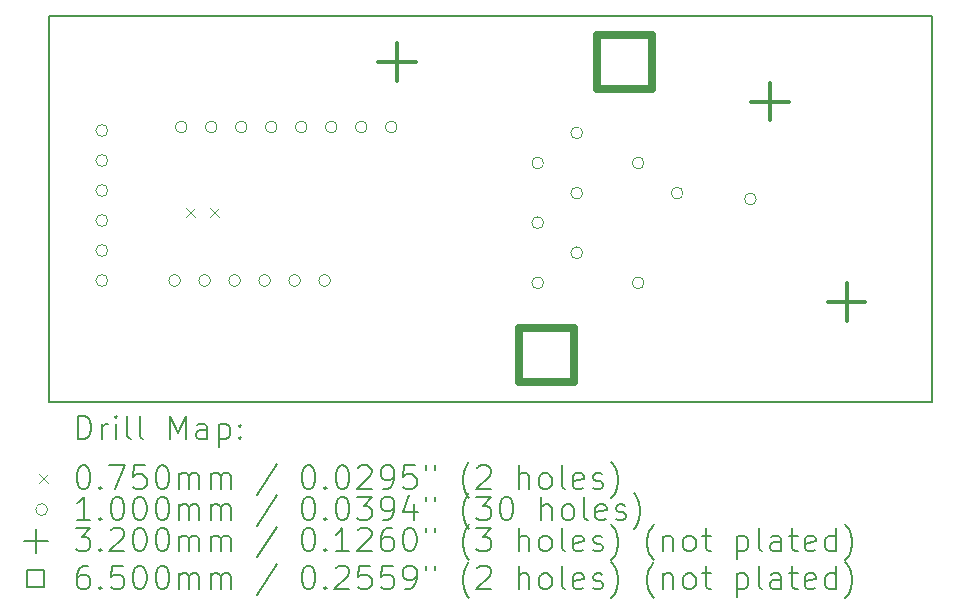
<source format=gbr>
%FSLAX45Y45*%
G04 Gerber Fmt 4.5, Leading zero omitted, Abs format (unit mm)*
G04 Created by KiCad (PCBNEW (6.0.0)) date 2022-01-10 19:29:48*
%MOMM*%
%LPD*%
G01*
G04 APERTURE LIST*
%TA.AperFunction,Profile*%
%ADD10C,0.200000*%
%TD*%
%ADD11C,0.200000*%
%ADD12C,0.075000*%
%ADD13C,0.100000*%
%ADD14C,0.320000*%
%ADD15C,0.650000*%
G04 APERTURE END LIST*
D10*
X4750000Y-2560000D02*
X12225000Y-2560000D01*
X12225000Y-2560000D02*
X12225000Y-5825000D01*
X12225000Y-5825000D02*
X4750000Y-5825000D01*
X4750000Y-5825000D02*
X4750000Y-2560000D01*
D11*
D12*
X5912500Y-4187500D02*
X5987500Y-4262500D01*
X5987500Y-4187500D02*
X5912500Y-4262500D01*
X6112500Y-4187500D02*
X6187500Y-4262500D01*
X6187500Y-4187500D02*
X6112500Y-4262500D01*
D13*
X5250000Y-3530000D02*
G75*
G03*
X5250000Y-3530000I-50000J0D01*
G01*
X5250000Y-3784000D02*
G75*
G03*
X5250000Y-3784000I-50000J0D01*
G01*
X5250000Y-4038000D02*
G75*
G03*
X5250000Y-4038000I-50000J0D01*
G01*
X5250000Y-4292000D02*
G75*
G03*
X5250000Y-4292000I-50000J0D01*
G01*
X5250000Y-4546000D02*
G75*
G03*
X5250000Y-4546000I-50000J0D01*
G01*
X5250000Y-4800000D02*
G75*
G03*
X5250000Y-4800000I-50000J0D01*
G01*
X5865000Y-4800000D02*
G75*
G03*
X5865000Y-4800000I-50000J0D01*
G01*
X5922000Y-3500000D02*
G75*
G03*
X5922000Y-3500000I-50000J0D01*
G01*
X6119000Y-4800000D02*
G75*
G03*
X6119000Y-4800000I-50000J0D01*
G01*
X6176000Y-3500000D02*
G75*
G03*
X6176000Y-3500000I-50000J0D01*
G01*
X6373000Y-4800000D02*
G75*
G03*
X6373000Y-4800000I-50000J0D01*
G01*
X6430000Y-3500000D02*
G75*
G03*
X6430000Y-3500000I-50000J0D01*
G01*
X6627000Y-4800000D02*
G75*
G03*
X6627000Y-4800000I-50000J0D01*
G01*
X6684000Y-3500000D02*
G75*
G03*
X6684000Y-3500000I-50000J0D01*
G01*
X6881000Y-4800000D02*
G75*
G03*
X6881000Y-4800000I-50000J0D01*
G01*
X6938000Y-3500000D02*
G75*
G03*
X6938000Y-3500000I-50000J0D01*
G01*
X7135000Y-4800000D02*
G75*
G03*
X7135000Y-4800000I-50000J0D01*
G01*
X7192000Y-3500000D02*
G75*
G03*
X7192000Y-3500000I-50000J0D01*
G01*
X7446000Y-3500000D02*
G75*
G03*
X7446000Y-3500000I-50000J0D01*
G01*
X7700000Y-3500000D02*
G75*
G03*
X7700000Y-3500000I-50000J0D01*
G01*
X8940000Y-3805000D02*
G75*
G03*
X8940000Y-3805000I-50000J0D01*
G01*
X8940000Y-4310000D02*
G75*
G03*
X8940000Y-4310000I-50000J0D01*
G01*
X8940000Y-4820000D02*
G75*
G03*
X8940000Y-4820000I-50000J0D01*
G01*
X9270000Y-3550000D02*
G75*
G03*
X9270000Y-3550000I-50000J0D01*
G01*
X9270000Y-4060000D02*
G75*
G03*
X9270000Y-4060000I-50000J0D01*
G01*
X9270000Y-4565000D02*
G75*
G03*
X9270000Y-4565000I-50000J0D01*
G01*
X9790000Y-3805000D02*
G75*
G03*
X9790000Y-3805000I-50000J0D01*
G01*
X9790000Y-4820000D02*
G75*
G03*
X9790000Y-4820000I-50000J0D01*
G01*
X10120000Y-4060000D02*
G75*
G03*
X10120000Y-4060000I-50000J0D01*
G01*
X10740000Y-4110000D02*
G75*
G03*
X10740000Y-4110000I-50000J0D01*
G01*
D14*
X7700000Y-2790000D02*
X7700000Y-3110000D01*
X7540000Y-2950000D02*
X7860000Y-2950000D01*
X10855000Y-3125000D02*
X10855000Y-3445000D01*
X10695000Y-3285000D02*
X11015000Y-3285000D01*
X11505000Y-4825000D02*
X11505000Y-5145000D01*
X11345000Y-4985000D02*
X11665000Y-4985000D01*
D15*
X9194812Y-5659812D02*
X9194812Y-5200188D01*
X8735188Y-5200188D01*
X8735188Y-5659812D01*
X9194812Y-5659812D01*
X9854812Y-3179812D02*
X9854812Y-2720188D01*
X9395188Y-2720188D01*
X9395188Y-3179812D01*
X9854812Y-3179812D01*
D11*
X4997619Y-6145476D02*
X4997619Y-5945476D01*
X5045238Y-5945476D01*
X5073810Y-5955000D01*
X5092857Y-5974048D01*
X5102381Y-5993095D01*
X5111905Y-6031190D01*
X5111905Y-6059762D01*
X5102381Y-6097857D01*
X5092857Y-6116905D01*
X5073810Y-6135952D01*
X5045238Y-6145476D01*
X4997619Y-6145476D01*
X5197619Y-6145476D02*
X5197619Y-6012143D01*
X5197619Y-6050238D02*
X5207143Y-6031190D01*
X5216667Y-6021667D01*
X5235714Y-6012143D01*
X5254762Y-6012143D01*
X5321429Y-6145476D02*
X5321429Y-6012143D01*
X5321429Y-5945476D02*
X5311905Y-5955000D01*
X5321429Y-5964524D01*
X5330952Y-5955000D01*
X5321429Y-5945476D01*
X5321429Y-5964524D01*
X5445238Y-6145476D02*
X5426190Y-6135952D01*
X5416667Y-6116905D01*
X5416667Y-5945476D01*
X5550000Y-6145476D02*
X5530952Y-6135952D01*
X5521429Y-6116905D01*
X5521429Y-5945476D01*
X5778571Y-6145476D02*
X5778571Y-5945476D01*
X5845238Y-6088333D01*
X5911905Y-5945476D01*
X5911905Y-6145476D01*
X6092857Y-6145476D02*
X6092857Y-6040714D01*
X6083333Y-6021667D01*
X6064286Y-6012143D01*
X6026190Y-6012143D01*
X6007143Y-6021667D01*
X6092857Y-6135952D02*
X6073809Y-6145476D01*
X6026190Y-6145476D01*
X6007143Y-6135952D01*
X5997619Y-6116905D01*
X5997619Y-6097857D01*
X6007143Y-6078809D01*
X6026190Y-6069286D01*
X6073809Y-6069286D01*
X6092857Y-6059762D01*
X6188095Y-6012143D02*
X6188095Y-6212143D01*
X6188095Y-6021667D02*
X6207143Y-6012143D01*
X6245238Y-6012143D01*
X6264286Y-6021667D01*
X6273809Y-6031190D01*
X6283333Y-6050238D01*
X6283333Y-6107381D01*
X6273809Y-6126428D01*
X6264286Y-6135952D01*
X6245238Y-6145476D01*
X6207143Y-6145476D01*
X6188095Y-6135952D01*
X6369048Y-6126428D02*
X6378571Y-6135952D01*
X6369048Y-6145476D01*
X6359524Y-6135952D01*
X6369048Y-6126428D01*
X6369048Y-6145476D01*
X6369048Y-6021667D02*
X6378571Y-6031190D01*
X6369048Y-6040714D01*
X6359524Y-6031190D01*
X6369048Y-6021667D01*
X6369048Y-6040714D01*
D12*
X4665000Y-6437500D02*
X4740000Y-6512500D01*
X4740000Y-6437500D02*
X4665000Y-6512500D01*
D11*
X5035714Y-6365476D02*
X5054762Y-6365476D01*
X5073810Y-6375000D01*
X5083333Y-6384524D01*
X5092857Y-6403571D01*
X5102381Y-6441667D01*
X5102381Y-6489286D01*
X5092857Y-6527381D01*
X5083333Y-6546428D01*
X5073810Y-6555952D01*
X5054762Y-6565476D01*
X5035714Y-6565476D01*
X5016667Y-6555952D01*
X5007143Y-6546428D01*
X4997619Y-6527381D01*
X4988095Y-6489286D01*
X4988095Y-6441667D01*
X4997619Y-6403571D01*
X5007143Y-6384524D01*
X5016667Y-6375000D01*
X5035714Y-6365476D01*
X5188095Y-6546428D02*
X5197619Y-6555952D01*
X5188095Y-6565476D01*
X5178571Y-6555952D01*
X5188095Y-6546428D01*
X5188095Y-6565476D01*
X5264286Y-6365476D02*
X5397619Y-6365476D01*
X5311905Y-6565476D01*
X5569048Y-6365476D02*
X5473810Y-6365476D01*
X5464286Y-6460714D01*
X5473810Y-6451190D01*
X5492857Y-6441667D01*
X5540476Y-6441667D01*
X5559524Y-6451190D01*
X5569048Y-6460714D01*
X5578571Y-6479762D01*
X5578571Y-6527381D01*
X5569048Y-6546428D01*
X5559524Y-6555952D01*
X5540476Y-6565476D01*
X5492857Y-6565476D01*
X5473810Y-6555952D01*
X5464286Y-6546428D01*
X5702381Y-6365476D02*
X5721428Y-6365476D01*
X5740476Y-6375000D01*
X5750000Y-6384524D01*
X5759524Y-6403571D01*
X5769048Y-6441667D01*
X5769048Y-6489286D01*
X5759524Y-6527381D01*
X5750000Y-6546428D01*
X5740476Y-6555952D01*
X5721428Y-6565476D01*
X5702381Y-6565476D01*
X5683333Y-6555952D01*
X5673809Y-6546428D01*
X5664286Y-6527381D01*
X5654762Y-6489286D01*
X5654762Y-6441667D01*
X5664286Y-6403571D01*
X5673809Y-6384524D01*
X5683333Y-6375000D01*
X5702381Y-6365476D01*
X5854762Y-6565476D02*
X5854762Y-6432143D01*
X5854762Y-6451190D02*
X5864286Y-6441667D01*
X5883333Y-6432143D01*
X5911905Y-6432143D01*
X5930952Y-6441667D01*
X5940476Y-6460714D01*
X5940476Y-6565476D01*
X5940476Y-6460714D02*
X5950000Y-6441667D01*
X5969048Y-6432143D01*
X5997619Y-6432143D01*
X6016667Y-6441667D01*
X6026190Y-6460714D01*
X6026190Y-6565476D01*
X6121428Y-6565476D02*
X6121428Y-6432143D01*
X6121428Y-6451190D02*
X6130952Y-6441667D01*
X6150000Y-6432143D01*
X6178571Y-6432143D01*
X6197619Y-6441667D01*
X6207143Y-6460714D01*
X6207143Y-6565476D01*
X6207143Y-6460714D02*
X6216667Y-6441667D01*
X6235714Y-6432143D01*
X6264286Y-6432143D01*
X6283333Y-6441667D01*
X6292857Y-6460714D01*
X6292857Y-6565476D01*
X6683333Y-6355952D02*
X6511905Y-6613095D01*
X6940476Y-6365476D02*
X6959524Y-6365476D01*
X6978571Y-6375000D01*
X6988095Y-6384524D01*
X6997619Y-6403571D01*
X7007143Y-6441667D01*
X7007143Y-6489286D01*
X6997619Y-6527381D01*
X6988095Y-6546428D01*
X6978571Y-6555952D01*
X6959524Y-6565476D01*
X6940476Y-6565476D01*
X6921428Y-6555952D01*
X6911905Y-6546428D01*
X6902381Y-6527381D01*
X6892857Y-6489286D01*
X6892857Y-6441667D01*
X6902381Y-6403571D01*
X6911905Y-6384524D01*
X6921428Y-6375000D01*
X6940476Y-6365476D01*
X7092857Y-6546428D02*
X7102381Y-6555952D01*
X7092857Y-6565476D01*
X7083333Y-6555952D01*
X7092857Y-6546428D01*
X7092857Y-6565476D01*
X7226190Y-6365476D02*
X7245238Y-6365476D01*
X7264286Y-6375000D01*
X7273809Y-6384524D01*
X7283333Y-6403571D01*
X7292857Y-6441667D01*
X7292857Y-6489286D01*
X7283333Y-6527381D01*
X7273809Y-6546428D01*
X7264286Y-6555952D01*
X7245238Y-6565476D01*
X7226190Y-6565476D01*
X7207143Y-6555952D01*
X7197619Y-6546428D01*
X7188095Y-6527381D01*
X7178571Y-6489286D01*
X7178571Y-6441667D01*
X7188095Y-6403571D01*
X7197619Y-6384524D01*
X7207143Y-6375000D01*
X7226190Y-6365476D01*
X7369048Y-6384524D02*
X7378571Y-6375000D01*
X7397619Y-6365476D01*
X7445238Y-6365476D01*
X7464286Y-6375000D01*
X7473809Y-6384524D01*
X7483333Y-6403571D01*
X7483333Y-6422619D01*
X7473809Y-6451190D01*
X7359524Y-6565476D01*
X7483333Y-6565476D01*
X7578571Y-6565476D02*
X7616667Y-6565476D01*
X7635714Y-6555952D01*
X7645238Y-6546428D01*
X7664286Y-6517857D01*
X7673809Y-6479762D01*
X7673809Y-6403571D01*
X7664286Y-6384524D01*
X7654762Y-6375000D01*
X7635714Y-6365476D01*
X7597619Y-6365476D01*
X7578571Y-6375000D01*
X7569048Y-6384524D01*
X7559524Y-6403571D01*
X7559524Y-6451190D01*
X7569048Y-6470238D01*
X7578571Y-6479762D01*
X7597619Y-6489286D01*
X7635714Y-6489286D01*
X7654762Y-6479762D01*
X7664286Y-6470238D01*
X7673809Y-6451190D01*
X7854762Y-6365476D02*
X7759524Y-6365476D01*
X7750000Y-6460714D01*
X7759524Y-6451190D01*
X7778571Y-6441667D01*
X7826190Y-6441667D01*
X7845238Y-6451190D01*
X7854762Y-6460714D01*
X7864286Y-6479762D01*
X7864286Y-6527381D01*
X7854762Y-6546428D01*
X7845238Y-6555952D01*
X7826190Y-6565476D01*
X7778571Y-6565476D01*
X7759524Y-6555952D01*
X7750000Y-6546428D01*
X7940476Y-6365476D02*
X7940476Y-6403571D01*
X8016667Y-6365476D02*
X8016667Y-6403571D01*
X8311905Y-6641667D02*
X8302381Y-6632143D01*
X8283333Y-6603571D01*
X8273809Y-6584524D01*
X8264286Y-6555952D01*
X8254762Y-6508333D01*
X8254762Y-6470238D01*
X8264286Y-6422619D01*
X8273809Y-6394048D01*
X8283333Y-6375000D01*
X8302381Y-6346428D01*
X8311905Y-6336905D01*
X8378571Y-6384524D02*
X8388095Y-6375000D01*
X8407143Y-6365476D01*
X8454762Y-6365476D01*
X8473810Y-6375000D01*
X8483333Y-6384524D01*
X8492857Y-6403571D01*
X8492857Y-6422619D01*
X8483333Y-6451190D01*
X8369048Y-6565476D01*
X8492857Y-6565476D01*
X8730952Y-6565476D02*
X8730952Y-6365476D01*
X8816667Y-6565476D02*
X8816667Y-6460714D01*
X8807143Y-6441667D01*
X8788095Y-6432143D01*
X8759524Y-6432143D01*
X8740476Y-6441667D01*
X8730952Y-6451190D01*
X8940476Y-6565476D02*
X8921429Y-6555952D01*
X8911905Y-6546428D01*
X8902381Y-6527381D01*
X8902381Y-6470238D01*
X8911905Y-6451190D01*
X8921429Y-6441667D01*
X8940476Y-6432143D01*
X8969048Y-6432143D01*
X8988095Y-6441667D01*
X8997619Y-6451190D01*
X9007143Y-6470238D01*
X9007143Y-6527381D01*
X8997619Y-6546428D01*
X8988095Y-6555952D01*
X8969048Y-6565476D01*
X8940476Y-6565476D01*
X9121429Y-6565476D02*
X9102381Y-6555952D01*
X9092857Y-6536905D01*
X9092857Y-6365476D01*
X9273810Y-6555952D02*
X9254762Y-6565476D01*
X9216667Y-6565476D01*
X9197619Y-6555952D01*
X9188095Y-6536905D01*
X9188095Y-6460714D01*
X9197619Y-6441667D01*
X9216667Y-6432143D01*
X9254762Y-6432143D01*
X9273810Y-6441667D01*
X9283333Y-6460714D01*
X9283333Y-6479762D01*
X9188095Y-6498809D01*
X9359524Y-6555952D02*
X9378571Y-6565476D01*
X9416667Y-6565476D01*
X9435714Y-6555952D01*
X9445238Y-6536905D01*
X9445238Y-6527381D01*
X9435714Y-6508333D01*
X9416667Y-6498809D01*
X9388095Y-6498809D01*
X9369048Y-6489286D01*
X9359524Y-6470238D01*
X9359524Y-6460714D01*
X9369048Y-6441667D01*
X9388095Y-6432143D01*
X9416667Y-6432143D01*
X9435714Y-6441667D01*
X9511905Y-6641667D02*
X9521429Y-6632143D01*
X9540476Y-6603571D01*
X9550000Y-6584524D01*
X9559524Y-6555952D01*
X9569048Y-6508333D01*
X9569048Y-6470238D01*
X9559524Y-6422619D01*
X9550000Y-6394048D01*
X9540476Y-6375000D01*
X9521429Y-6346428D01*
X9511905Y-6336905D01*
D13*
X4740000Y-6739000D02*
G75*
G03*
X4740000Y-6739000I-50000J0D01*
G01*
D11*
X5102381Y-6829476D02*
X4988095Y-6829476D01*
X5045238Y-6829476D02*
X5045238Y-6629476D01*
X5026190Y-6658048D01*
X5007143Y-6677095D01*
X4988095Y-6686619D01*
X5188095Y-6810428D02*
X5197619Y-6819952D01*
X5188095Y-6829476D01*
X5178571Y-6819952D01*
X5188095Y-6810428D01*
X5188095Y-6829476D01*
X5321429Y-6629476D02*
X5340476Y-6629476D01*
X5359524Y-6639000D01*
X5369048Y-6648524D01*
X5378571Y-6667571D01*
X5388095Y-6705667D01*
X5388095Y-6753286D01*
X5378571Y-6791381D01*
X5369048Y-6810428D01*
X5359524Y-6819952D01*
X5340476Y-6829476D01*
X5321429Y-6829476D01*
X5302381Y-6819952D01*
X5292857Y-6810428D01*
X5283333Y-6791381D01*
X5273810Y-6753286D01*
X5273810Y-6705667D01*
X5283333Y-6667571D01*
X5292857Y-6648524D01*
X5302381Y-6639000D01*
X5321429Y-6629476D01*
X5511905Y-6629476D02*
X5530952Y-6629476D01*
X5550000Y-6639000D01*
X5559524Y-6648524D01*
X5569048Y-6667571D01*
X5578571Y-6705667D01*
X5578571Y-6753286D01*
X5569048Y-6791381D01*
X5559524Y-6810428D01*
X5550000Y-6819952D01*
X5530952Y-6829476D01*
X5511905Y-6829476D01*
X5492857Y-6819952D01*
X5483333Y-6810428D01*
X5473810Y-6791381D01*
X5464286Y-6753286D01*
X5464286Y-6705667D01*
X5473810Y-6667571D01*
X5483333Y-6648524D01*
X5492857Y-6639000D01*
X5511905Y-6629476D01*
X5702381Y-6629476D02*
X5721428Y-6629476D01*
X5740476Y-6639000D01*
X5750000Y-6648524D01*
X5759524Y-6667571D01*
X5769048Y-6705667D01*
X5769048Y-6753286D01*
X5759524Y-6791381D01*
X5750000Y-6810428D01*
X5740476Y-6819952D01*
X5721428Y-6829476D01*
X5702381Y-6829476D01*
X5683333Y-6819952D01*
X5673809Y-6810428D01*
X5664286Y-6791381D01*
X5654762Y-6753286D01*
X5654762Y-6705667D01*
X5664286Y-6667571D01*
X5673809Y-6648524D01*
X5683333Y-6639000D01*
X5702381Y-6629476D01*
X5854762Y-6829476D02*
X5854762Y-6696143D01*
X5854762Y-6715190D02*
X5864286Y-6705667D01*
X5883333Y-6696143D01*
X5911905Y-6696143D01*
X5930952Y-6705667D01*
X5940476Y-6724714D01*
X5940476Y-6829476D01*
X5940476Y-6724714D02*
X5950000Y-6705667D01*
X5969048Y-6696143D01*
X5997619Y-6696143D01*
X6016667Y-6705667D01*
X6026190Y-6724714D01*
X6026190Y-6829476D01*
X6121428Y-6829476D02*
X6121428Y-6696143D01*
X6121428Y-6715190D02*
X6130952Y-6705667D01*
X6150000Y-6696143D01*
X6178571Y-6696143D01*
X6197619Y-6705667D01*
X6207143Y-6724714D01*
X6207143Y-6829476D01*
X6207143Y-6724714D02*
X6216667Y-6705667D01*
X6235714Y-6696143D01*
X6264286Y-6696143D01*
X6283333Y-6705667D01*
X6292857Y-6724714D01*
X6292857Y-6829476D01*
X6683333Y-6619952D02*
X6511905Y-6877095D01*
X6940476Y-6629476D02*
X6959524Y-6629476D01*
X6978571Y-6639000D01*
X6988095Y-6648524D01*
X6997619Y-6667571D01*
X7007143Y-6705667D01*
X7007143Y-6753286D01*
X6997619Y-6791381D01*
X6988095Y-6810428D01*
X6978571Y-6819952D01*
X6959524Y-6829476D01*
X6940476Y-6829476D01*
X6921428Y-6819952D01*
X6911905Y-6810428D01*
X6902381Y-6791381D01*
X6892857Y-6753286D01*
X6892857Y-6705667D01*
X6902381Y-6667571D01*
X6911905Y-6648524D01*
X6921428Y-6639000D01*
X6940476Y-6629476D01*
X7092857Y-6810428D02*
X7102381Y-6819952D01*
X7092857Y-6829476D01*
X7083333Y-6819952D01*
X7092857Y-6810428D01*
X7092857Y-6829476D01*
X7226190Y-6629476D02*
X7245238Y-6629476D01*
X7264286Y-6639000D01*
X7273809Y-6648524D01*
X7283333Y-6667571D01*
X7292857Y-6705667D01*
X7292857Y-6753286D01*
X7283333Y-6791381D01*
X7273809Y-6810428D01*
X7264286Y-6819952D01*
X7245238Y-6829476D01*
X7226190Y-6829476D01*
X7207143Y-6819952D01*
X7197619Y-6810428D01*
X7188095Y-6791381D01*
X7178571Y-6753286D01*
X7178571Y-6705667D01*
X7188095Y-6667571D01*
X7197619Y-6648524D01*
X7207143Y-6639000D01*
X7226190Y-6629476D01*
X7359524Y-6629476D02*
X7483333Y-6629476D01*
X7416667Y-6705667D01*
X7445238Y-6705667D01*
X7464286Y-6715190D01*
X7473809Y-6724714D01*
X7483333Y-6743762D01*
X7483333Y-6791381D01*
X7473809Y-6810428D01*
X7464286Y-6819952D01*
X7445238Y-6829476D01*
X7388095Y-6829476D01*
X7369048Y-6819952D01*
X7359524Y-6810428D01*
X7578571Y-6829476D02*
X7616667Y-6829476D01*
X7635714Y-6819952D01*
X7645238Y-6810428D01*
X7664286Y-6781857D01*
X7673809Y-6743762D01*
X7673809Y-6667571D01*
X7664286Y-6648524D01*
X7654762Y-6639000D01*
X7635714Y-6629476D01*
X7597619Y-6629476D01*
X7578571Y-6639000D01*
X7569048Y-6648524D01*
X7559524Y-6667571D01*
X7559524Y-6715190D01*
X7569048Y-6734238D01*
X7578571Y-6743762D01*
X7597619Y-6753286D01*
X7635714Y-6753286D01*
X7654762Y-6743762D01*
X7664286Y-6734238D01*
X7673809Y-6715190D01*
X7845238Y-6696143D02*
X7845238Y-6829476D01*
X7797619Y-6619952D02*
X7750000Y-6762809D01*
X7873809Y-6762809D01*
X7940476Y-6629476D02*
X7940476Y-6667571D01*
X8016667Y-6629476D02*
X8016667Y-6667571D01*
X8311905Y-6905667D02*
X8302381Y-6896143D01*
X8283333Y-6867571D01*
X8273809Y-6848524D01*
X8264286Y-6819952D01*
X8254762Y-6772333D01*
X8254762Y-6734238D01*
X8264286Y-6686619D01*
X8273809Y-6658048D01*
X8283333Y-6639000D01*
X8302381Y-6610428D01*
X8311905Y-6600905D01*
X8369048Y-6629476D02*
X8492857Y-6629476D01*
X8426190Y-6705667D01*
X8454762Y-6705667D01*
X8473810Y-6715190D01*
X8483333Y-6724714D01*
X8492857Y-6743762D01*
X8492857Y-6791381D01*
X8483333Y-6810428D01*
X8473810Y-6819952D01*
X8454762Y-6829476D01*
X8397619Y-6829476D01*
X8378571Y-6819952D01*
X8369048Y-6810428D01*
X8616667Y-6629476D02*
X8635714Y-6629476D01*
X8654762Y-6639000D01*
X8664286Y-6648524D01*
X8673810Y-6667571D01*
X8683333Y-6705667D01*
X8683333Y-6753286D01*
X8673810Y-6791381D01*
X8664286Y-6810428D01*
X8654762Y-6819952D01*
X8635714Y-6829476D01*
X8616667Y-6829476D01*
X8597619Y-6819952D01*
X8588095Y-6810428D01*
X8578571Y-6791381D01*
X8569048Y-6753286D01*
X8569048Y-6705667D01*
X8578571Y-6667571D01*
X8588095Y-6648524D01*
X8597619Y-6639000D01*
X8616667Y-6629476D01*
X8921429Y-6829476D02*
X8921429Y-6629476D01*
X9007143Y-6829476D02*
X9007143Y-6724714D01*
X8997619Y-6705667D01*
X8978571Y-6696143D01*
X8950000Y-6696143D01*
X8930952Y-6705667D01*
X8921429Y-6715190D01*
X9130952Y-6829476D02*
X9111905Y-6819952D01*
X9102381Y-6810428D01*
X9092857Y-6791381D01*
X9092857Y-6734238D01*
X9102381Y-6715190D01*
X9111905Y-6705667D01*
X9130952Y-6696143D01*
X9159524Y-6696143D01*
X9178571Y-6705667D01*
X9188095Y-6715190D01*
X9197619Y-6734238D01*
X9197619Y-6791381D01*
X9188095Y-6810428D01*
X9178571Y-6819952D01*
X9159524Y-6829476D01*
X9130952Y-6829476D01*
X9311905Y-6829476D02*
X9292857Y-6819952D01*
X9283333Y-6800905D01*
X9283333Y-6629476D01*
X9464286Y-6819952D02*
X9445238Y-6829476D01*
X9407143Y-6829476D01*
X9388095Y-6819952D01*
X9378571Y-6800905D01*
X9378571Y-6724714D01*
X9388095Y-6705667D01*
X9407143Y-6696143D01*
X9445238Y-6696143D01*
X9464286Y-6705667D01*
X9473810Y-6724714D01*
X9473810Y-6743762D01*
X9378571Y-6762809D01*
X9550000Y-6819952D02*
X9569048Y-6829476D01*
X9607143Y-6829476D01*
X9626190Y-6819952D01*
X9635714Y-6800905D01*
X9635714Y-6791381D01*
X9626190Y-6772333D01*
X9607143Y-6762809D01*
X9578571Y-6762809D01*
X9559524Y-6753286D01*
X9550000Y-6734238D01*
X9550000Y-6724714D01*
X9559524Y-6705667D01*
X9578571Y-6696143D01*
X9607143Y-6696143D01*
X9626190Y-6705667D01*
X9702381Y-6905667D02*
X9711905Y-6896143D01*
X9730952Y-6867571D01*
X9740476Y-6848524D01*
X9750000Y-6819952D01*
X9759524Y-6772333D01*
X9759524Y-6734238D01*
X9750000Y-6686619D01*
X9740476Y-6658048D01*
X9730952Y-6639000D01*
X9711905Y-6610428D01*
X9702381Y-6600905D01*
X4640000Y-6903000D02*
X4640000Y-7103000D01*
X4540000Y-7003000D02*
X4740000Y-7003000D01*
X4978571Y-6893476D02*
X5102381Y-6893476D01*
X5035714Y-6969667D01*
X5064286Y-6969667D01*
X5083333Y-6979190D01*
X5092857Y-6988714D01*
X5102381Y-7007762D01*
X5102381Y-7055381D01*
X5092857Y-7074428D01*
X5083333Y-7083952D01*
X5064286Y-7093476D01*
X5007143Y-7093476D01*
X4988095Y-7083952D01*
X4978571Y-7074428D01*
X5188095Y-7074428D02*
X5197619Y-7083952D01*
X5188095Y-7093476D01*
X5178571Y-7083952D01*
X5188095Y-7074428D01*
X5188095Y-7093476D01*
X5273810Y-6912524D02*
X5283333Y-6903000D01*
X5302381Y-6893476D01*
X5350000Y-6893476D01*
X5369048Y-6903000D01*
X5378571Y-6912524D01*
X5388095Y-6931571D01*
X5388095Y-6950619D01*
X5378571Y-6979190D01*
X5264286Y-7093476D01*
X5388095Y-7093476D01*
X5511905Y-6893476D02*
X5530952Y-6893476D01*
X5550000Y-6903000D01*
X5559524Y-6912524D01*
X5569048Y-6931571D01*
X5578571Y-6969667D01*
X5578571Y-7017286D01*
X5569048Y-7055381D01*
X5559524Y-7074428D01*
X5550000Y-7083952D01*
X5530952Y-7093476D01*
X5511905Y-7093476D01*
X5492857Y-7083952D01*
X5483333Y-7074428D01*
X5473810Y-7055381D01*
X5464286Y-7017286D01*
X5464286Y-6969667D01*
X5473810Y-6931571D01*
X5483333Y-6912524D01*
X5492857Y-6903000D01*
X5511905Y-6893476D01*
X5702381Y-6893476D02*
X5721428Y-6893476D01*
X5740476Y-6903000D01*
X5750000Y-6912524D01*
X5759524Y-6931571D01*
X5769048Y-6969667D01*
X5769048Y-7017286D01*
X5759524Y-7055381D01*
X5750000Y-7074428D01*
X5740476Y-7083952D01*
X5721428Y-7093476D01*
X5702381Y-7093476D01*
X5683333Y-7083952D01*
X5673809Y-7074428D01*
X5664286Y-7055381D01*
X5654762Y-7017286D01*
X5654762Y-6969667D01*
X5664286Y-6931571D01*
X5673809Y-6912524D01*
X5683333Y-6903000D01*
X5702381Y-6893476D01*
X5854762Y-7093476D02*
X5854762Y-6960143D01*
X5854762Y-6979190D02*
X5864286Y-6969667D01*
X5883333Y-6960143D01*
X5911905Y-6960143D01*
X5930952Y-6969667D01*
X5940476Y-6988714D01*
X5940476Y-7093476D01*
X5940476Y-6988714D02*
X5950000Y-6969667D01*
X5969048Y-6960143D01*
X5997619Y-6960143D01*
X6016667Y-6969667D01*
X6026190Y-6988714D01*
X6026190Y-7093476D01*
X6121428Y-7093476D02*
X6121428Y-6960143D01*
X6121428Y-6979190D02*
X6130952Y-6969667D01*
X6150000Y-6960143D01*
X6178571Y-6960143D01*
X6197619Y-6969667D01*
X6207143Y-6988714D01*
X6207143Y-7093476D01*
X6207143Y-6988714D02*
X6216667Y-6969667D01*
X6235714Y-6960143D01*
X6264286Y-6960143D01*
X6283333Y-6969667D01*
X6292857Y-6988714D01*
X6292857Y-7093476D01*
X6683333Y-6883952D02*
X6511905Y-7141095D01*
X6940476Y-6893476D02*
X6959524Y-6893476D01*
X6978571Y-6903000D01*
X6988095Y-6912524D01*
X6997619Y-6931571D01*
X7007143Y-6969667D01*
X7007143Y-7017286D01*
X6997619Y-7055381D01*
X6988095Y-7074428D01*
X6978571Y-7083952D01*
X6959524Y-7093476D01*
X6940476Y-7093476D01*
X6921428Y-7083952D01*
X6911905Y-7074428D01*
X6902381Y-7055381D01*
X6892857Y-7017286D01*
X6892857Y-6969667D01*
X6902381Y-6931571D01*
X6911905Y-6912524D01*
X6921428Y-6903000D01*
X6940476Y-6893476D01*
X7092857Y-7074428D02*
X7102381Y-7083952D01*
X7092857Y-7093476D01*
X7083333Y-7083952D01*
X7092857Y-7074428D01*
X7092857Y-7093476D01*
X7292857Y-7093476D02*
X7178571Y-7093476D01*
X7235714Y-7093476D02*
X7235714Y-6893476D01*
X7216667Y-6922048D01*
X7197619Y-6941095D01*
X7178571Y-6950619D01*
X7369048Y-6912524D02*
X7378571Y-6903000D01*
X7397619Y-6893476D01*
X7445238Y-6893476D01*
X7464286Y-6903000D01*
X7473809Y-6912524D01*
X7483333Y-6931571D01*
X7483333Y-6950619D01*
X7473809Y-6979190D01*
X7359524Y-7093476D01*
X7483333Y-7093476D01*
X7654762Y-6893476D02*
X7616667Y-6893476D01*
X7597619Y-6903000D01*
X7588095Y-6912524D01*
X7569048Y-6941095D01*
X7559524Y-6979190D01*
X7559524Y-7055381D01*
X7569048Y-7074428D01*
X7578571Y-7083952D01*
X7597619Y-7093476D01*
X7635714Y-7093476D01*
X7654762Y-7083952D01*
X7664286Y-7074428D01*
X7673809Y-7055381D01*
X7673809Y-7007762D01*
X7664286Y-6988714D01*
X7654762Y-6979190D01*
X7635714Y-6969667D01*
X7597619Y-6969667D01*
X7578571Y-6979190D01*
X7569048Y-6988714D01*
X7559524Y-7007762D01*
X7797619Y-6893476D02*
X7816667Y-6893476D01*
X7835714Y-6903000D01*
X7845238Y-6912524D01*
X7854762Y-6931571D01*
X7864286Y-6969667D01*
X7864286Y-7017286D01*
X7854762Y-7055381D01*
X7845238Y-7074428D01*
X7835714Y-7083952D01*
X7816667Y-7093476D01*
X7797619Y-7093476D01*
X7778571Y-7083952D01*
X7769048Y-7074428D01*
X7759524Y-7055381D01*
X7750000Y-7017286D01*
X7750000Y-6969667D01*
X7759524Y-6931571D01*
X7769048Y-6912524D01*
X7778571Y-6903000D01*
X7797619Y-6893476D01*
X7940476Y-6893476D02*
X7940476Y-6931571D01*
X8016667Y-6893476D02*
X8016667Y-6931571D01*
X8311905Y-7169667D02*
X8302381Y-7160143D01*
X8283333Y-7131571D01*
X8273809Y-7112524D01*
X8264286Y-7083952D01*
X8254762Y-7036333D01*
X8254762Y-6998238D01*
X8264286Y-6950619D01*
X8273809Y-6922048D01*
X8283333Y-6903000D01*
X8302381Y-6874428D01*
X8311905Y-6864905D01*
X8369048Y-6893476D02*
X8492857Y-6893476D01*
X8426190Y-6969667D01*
X8454762Y-6969667D01*
X8473810Y-6979190D01*
X8483333Y-6988714D01*
X8492857Y-7007762D01*
X8492857Y-7055381D01*
X8483333Y-7074428D01*
X8473810Y-7083952D01*
X8454762Y-7093476D01*
X8397619Y-7093476D01*
X8378571Y-7083952D01*
X8369048Y-7074428D01*
X8730952Y-7093476D02*
X8730952Y-6893476D01*
X8816667Y-7093476D02*
X8816667Y-6988714D01*
X8807143Y-6969667D01*
X8788095Y-6960143D01*
X8759524Y-6960143D01*
X8740476Y-6969667D01*
X8730952Y-6979190D01*
X8940476Y-7093476D02*
X8921429Y-7083952D01*
X8911905Y-7074428D01*
X8902381Y-7055381D01*
X8902381Y-6998238D01*
X8911905Y-6979190D01*
X8921429Y-6969667D01*
X8940476Y-6960143D01*
X8969048Y-6960143D01*
X8988095Y-6969667D01*
X8997619Y-6979190D01*
X9007143Y-6998238D01*
X9007143Y-7055381D01*
X8997619Y-7074428D01*
X8988095Y-7083952D01*
X8969048Y-7093476D01*
X8940476Y-7093476D01*
X9121429Y-7093476D02*
X9102381Y-7083952D01*
X9092857Y-7064905D01*
X9092857Y-6893476D01*
X9273810Y-7083952D02*
X9254762Y-7093476D01*
X9216667Y-7093476D01*
X9197619Y-7083952D01*
X9188095Y-7064905D01*
X9188095Y-6988714D01*
X9197619Y-6969667D01*
X9216667Y-6960143D01*
X9254762Y-6960143D01*
X9273810Y-6969667D01*
X9283333Y-6988714D01*
X9283333Y-7007762D01*
X9188095Y-7026809D01*
X9359524Y-7083952D02*
X9378571Y-7093476D01*
X9416667Y-7093476D01*
X9435714Y-7083952D01*
X9445238Y-7064905D01*
X9445238Y-7055381D01*
X9435714Y-7036333D01*
X9416667Y-7026809D01*
X9388095Y-7026809D01*
X9369048Y-7017286D01*
X9359524Y-6998238D01*
X9359524Y-6988714D01*
X9369048Y-6969667D01*
X9388095Y-6960143D01*
X9416667Y-6960143D01*
X9435714Y-6969667D01*
X9511905Y-7169667D02*
X9521429Y-7160143D01*
X9540476Y-7131571D01*
X9550000Y-7112524D01*
X9559524Y-7083952D01*
X9569048Y-7036333D01*
X9569048Y-6998238D01*
X9559524Y-6950619D01*
X9550000Y-6922048D01*
X9540476Y-6903000D01*
X9521429Y-6874428D01*
X9511905Y-6864905D01*
X9873810Y-7169667D02*
X9864286Y-7160143D01*
X9845238Y-7131571D01*
X9835714Y-7112524D01*
X9826190Y-7083952D01*
X9816667Y-7036333D01*
X9816667Y-6998238D01*
X9826190Y-6950619D01*
X9835714Y-6922048D01*
X9845238Y-6903000D01*
X9864286Y-6874428D01*
X9873810Y-6864905D01*
X9950000Y-6960143D02*
X9950000Y-7093476D01*
X9950000Y-6979190D02*
X9959524Y-6969667D01*
X9978571Y-6960143D01*
X10007143Y-6960143D01*
X10026190Y-6969667D01*
X10035714Y-6988714D01*
X10035714Y-7093476D01*
X10159524Y-7093476D02*
X10140476Y-7083952D01*
X10130952Y-7074428D01*
X10121429Y-7055381D01*
X10121429Y-6998238D01*
X10130952Y-6979190D01*
X10140476Y-6969667D01*
X10159524Y-6960143D01*
X10188095Y-6960143D01*
X10207143Y-6969667D01*
X10216667Y-6979190D01*
X10226190Y-6998238D01*
X10226190Y-7055381D01*
X10216667Y-7074428D01*
X10207143Y-7083952D01*
X10188095Y-7093476D01*
X10159524Y-7093476D01*
X10283333Y-6960143D02*
X10359524Y-6960143D01*
X10311905Y-6893476D02*
X10311905Y-7064905D01*
X10321429Y-7083952D01*
X10340476Y-7093476D01*
X10359524Y-7093476D01*
X10578571Y-6960143D02*
X10578571Y-7160143D01*
X10578571Y-6969667D02*
X10597619Y-6960143D01*
X10635714Y-6960143D01*
X10654762Y-6969667D01*
X10664286Y-6979190D01*
X10673810Y-6998238D01*
X10673810Y-7055381D01*
X10664286Y-7074428D01*
X10654762Y-7083952D01*
X10635714Y-7093476D01*
X10597619Y-7093476D01*
X10578571Y-7083952D01*
X10788095Y-7093476D02*
X10769048Y-7083952D01*
X10759524Y-7064905D01*
X10759524Y-6893476D01*
X10950000Y-7093476D02*
X10950000Y-6988714D01*
X10940476Y-6969667D01*
X10921429Y-6960143D01*
X10883333Y-6960143D01*
X10864286Y-6969667D01*
X10950000Y-7083952D02*
X10930952Y-7093476D01*
X10883333Y-7093476D01*
X10864286Y-7083952D01*
X10854762Y-7064905D01*
X10854762Y-7045857D01*
X10864286Y-7026809D01*
X10883333Y-7017286D01*
X10930952Y-7017286D01*
X10950000Y-7007762D01*
X11016667Y-6960143D02*
X11092857Y-6960143D01*
X11045238Y-6893476D02*
X11045238Y-7064905D01*
X11054762Y-7083952D01*
X11073810Y-7093476D01*
X11092857Y-7093476D01*
X11235714Y-7083952D02*
X11216667Y-7093476D01*
X11178571Y-7093476D01*
X11159524Y-7083952D01*
X11150000Y-7064905D01*
X11150000Y-6988714D01*
X11159524Y-6969667D01*
X11178571Y-6960143D01*
X11216667Y-6960143D01*
X11235714Y-6969667D01*
X11245238Y-6988714D01*
X11245238Y-7007762D01*
X11150000Y-7026809D01*
X11416667Y-7093476D02*
X11416667Y-6893476D01*
X11416667Y-7083952D02*
X11397619Y-7093476D01*
X11359524Y-7093476D01*
X11340476Y-7083952D01*
X11330952Y-7074428D01*
X11321428Y-7055381D01*
X11321428Y-6998238D01*
X11330952Y-6979190D01*
X11340476Y-6969667D01*
X11359524Y-6960143D01*
X11397619Y-6960143D01*
X11416667Y-6969667D01*
X11492857Y-7169667D02*
X11502381Y-7160143D01*
X11521428Y-7131571D01*
X11530952Y-7112524D01*
X11540476Y-7083952D01*
X11550000Y-7036333D01*
X11550000Y-6998238D01*
X11540476Y-6950619D01*
X11530952Y-6922048D01*
X11521428Y-6903000D01*
X11502381Y-6874428D01*
X11492857Y-6864905D01*
X4710711Y-7393711D02*
X4710711Y-7252289D01*
X4569289Y-7252289D01*
X4569289Y-7393711D01*
X4710711Y-7393711D01*
X5083333Y-7213476D02*
X5045238Y-7213476D01*
X5026190Y-7223000D01*
X5016667Y-7232524D01*
X4997619Y-7261095D01*
X4988095Y-7299190D01*
X4988095Y-7375381D01*
X4997619Y-7394428D01*
X5007143Y-7403952D01*
X5026190Y-7413476D01*
X5064286Y-7413476D01*
X5083333Y-7403952D01*
X5092857Y-7394428D01*
X5102381Y-7375381D01*
X5102381Y-7327762D01*
X5092857Y-7308714D01*
X5083333Y-7299190D01*
X5064286Y-7289667D01*
X5026190Y-7289667D01*
X5007143Y-7299190D01*
X4997619Y-7308714D01*
X4988095Y-7327762D01*
X5188095Y-7394428D02*
X5197619Y-7403952D01*
X5188095Y-7413476D01*
X5178571Y-7403952D01*
X5188095Y-7394428D01*
X5188095Y-7413476D01*
X5378571Y-7213476D02*
X5283333Y-7213476D01*
X5273810Y-7308714D01*
X5283333Y-7299190D01*
X5302381Y-7289667D01*
X5350000Y-7289667D01*
X5369048Y-7299190D01*
X5378571Y-7308714D01*
X5388095Y-7327762D01*
X5388095Y-7375381D01*
X5378571Y-7394428D01*
X5369048Y-7403952D01*
X5350000Y-7413476D01*
X5302381Y-7413476D01*
X5283333Y-7403952D01*
X5273810Y-7394428D01*
X5511905Y-7213476D02*
X5530952Y-7213476D01*
X5550000Y-7223000D01*
X5559524Y-7232524D01*
X5569048Y-7251571D01*
X5578571Y-7289667D01*
X5578571Y-7337286D01*
X5569048Y-7375381D01*
X5559524Y-7394428D01*
X5550000Y-7403952D01*
X5530952Y-7413476D01*
X5511905Y-7413476D01*
X5492857Y-7403952D01*
X5483333Y-7394428D01*
X5473810Y-7375381D01*
X5464286Y-7337286D01*
X5464286Y-7289667D01*
X5473810Y-7251571D01*
X5483333Y-7232524D01*
X5492857Y-7223000D01*
X5511905Y-7213476D01*
X5702381Y-7213476D02*
X5721428Y-7213476D01*
X5740476Y-7223000D01*
X5750000Y-7232524D01*
X5759524Y-7251571D01*
X5769048Y-7289667D01*
X5769048Y-7337286D01*
X5759524Y-7375381D01*
X5750000Y-7394428D01*
X5740476Y-7403952D01*
X5721428Y-7413476D01*
X5702381Y-7413476D01*
X5683333Y-7403952D01*
X5673809Y-7394428D01*
X5664286Y-7375381D01*
X5654762Y-7337286D01*
X5654762Y-7289667D01*
X5664286Y-7251571D01*
X5673809Y-7232524D01*
X5683333Y-7223000D01*
X5702381Y-7213476D01*
X5854762Y-7413476D02*
X5854762Y-7280143D01*
X5854762Y-7299190D02*
X5864286Y-7289667D01*
X5883333Y-7280143D01*
X5911905Y-7280143D01*
X5930952Y-7289667D01*
X5940476Y-7308714D01*
X5940476Y-7413476D01*
X5940476Y-7308714D02*
X5950000Y-7289667D01*
X5969048Y-7280143D01*
X5997619Y-7280143D01*
X6016667Y-7289667D01*
X6026190Y-7308714D01*
X6026190Y-7413476D01*
X6121428Y-7413476D02*
X6121428Y-7280143D01*
X6121428Y-7299190D02*
X6130952Y-7289667D01*
X6150000Y-7280143D01*
X6178571Y-7280143D01*
X6197619Y-7289667D01*
X6207143Y-7308714D01*
X6207143Y-7413476D01*
X6207143Y-7308714D02*
X6216667Y-7289667D01*
X6235714Y-7280143D01*
X6264286Y-7280143D01*
X6283333Y-7289667D01*
X6292857Y-7308714D01*
X6292857Y-7413476D01*
X6683333Y-7203952D02*
X6511905Y-7461095D01*
X6940476Y-7213476D02*
X6959524Y-7213476D01*
X6978571Y-7223000D01*
X6988095Y-7232524D01*
X6997619Y-7251571D01*
X7007143Y-7289667D01*
X7007143Y-7337286D01*
X6997619Y-7375381D01*
X6988095Y-7394428D01*
X6978571Y-7403952D01*
X6959524Y-7413476D01*
X6940476Y-7413476D01*
X6921428Y-7403952D01*
X6911905Y-7394428D01*
X6902381Y-7375381D01*
X6892857Y-7337286D01*
X6892857Y-7289667D01*
X6902381Y-7251571D01*
X6911905Y-7232524D01*
X6921428Y-7223000D01*
X6940476Y-7213476D01*
X7092857Y-7394428D02*
X7102381Y-7403952D01*
X7092857Y-7413476D01*
X7083333Y-7403952D01*
X7092857Y-7394428D01*
X7092857Y-7413476D01*
X7178571Y-7232524D02*
X7188095Y-7223000D01*
X7207143Y-7213476D01*
X7254762Y-7213476D01*
X7273809Y-7223000D01*
X7283333Y-7232524D01*
X7292857Y-7251571D01*
X7292857Y-7270619D01*
X7283333Y-7299190D01*
X7169048Y-7413476D01*
X7292857Y-7413476D01*
X7473809Y-7213476D02*
X7378571Y-7213476D01*
X7369048Y-7308714D01*
X7378571Y-7299190D01*
X7397619Y-7289667D01*
X7445238Y-7289667D01*
X7464286Y-7299190D01*
X7473809Y-7308714D01*
X7483333Y-7327762D01*
X7483333Y-7375381D01*
X7473809Y-7394428D01*
X7464286Y-7403952D01*
X7445238Y-7413476D01*
X7397619Y-7413476D01*
X7378571Y-7403952D01*
X7369048Y-7394428D01*
X7664286Y-7213476D02*
X7569048Y-7213476D01*
X7559524Y-7308714D01*
X7569048Y-7299190D01*
X7588095Y-7289667D01*
X7635714Y-7289667D01*
X7654762Y-7299190D01*
X7664286Y-7308714D01*
X7673809Y-7327762D01*
X7673809Y-7375381D01*
X7664286Y-7394428D01*
X7654762Y-7403952D01*
X7635714Y-7413476D01*
X7588095Y-7413476D01*
X7569048Y-7403952D01*
X7559524Y-7394428D01*
X7769048Y-7413476D02*
X7807143Y-7413476D01*
X7826190Y-7403952D01*
X7835714Y-7394428D01*
X7854762Y-7365857D01*
X7864286Y-7327762D01*
X7864286Y-7251571D01*
X7854762Y-7232524D01*
X7845238Y-7223000D01*
X7826190Y-7213476D01*
X7788095Y-7213476D01*
X7769048Y-7223000D01*
X7759524Y-7232524D01*
X7750000Y-7251571D01*
X7750000Y-7299190D01*
X7759524Y-7318238D01*
X7769048Y-7327762D01*
X7788095Y-7337286D01*
X7826190Y-7337286D01*
X7845238Y-7327762D01*
X7854762Y-7318238D01*
X7864286Y-7299190D01*
X7940476Y-7213476D02*
X7940476Y-7251571D01*
X8016667Y-7213476D02*
X8016667Y-7251571D01*
X8311905Y-7489667D02*
X8302381Y-7480143D01*
X8283333Y-7451571D01*
X8273809Y-7432524D01*
X8264286Y-7403952D01*
X8254762Y-7356333D01*
X8254762Y-7318238D01*
X8264286Y-7270619D01*
X8273809Y-7242048D01*
X8283333Y-7223000D01*
X8302381Y-7194428D01*
X8311905Y-7184905D01*
X8378571Y-7232524D02*
X8388095Y-7223000D01*
X8407143Y-7213476D01*
X8454762Y-7213476D01*
X8473810Y-7223000D01*
X8483333Y-7232524D01*
X8492857Y-7251571D01*
X8492857Y-7270619D01*
X8483333Y-7299190D01*
X8369048Y-7413476D01*
X8492857Y-7413476D01*
X8730952Y-7413476D02*
X8730952Y-7213476D01*
X8816667Y-7413476D02*
X8816667Y-7308714D01*
X8807143Y-7289667D01*
X8788095Y-7280143D01*
X8759524Y-7280143D01*
X8740476Y-7289667D01*
X8730952Y-7299190D01*
X8940476Y-7413476D02*
X8921429Y-7403952D01*
X8911905Y-7394428D01*
X8902381Y-7375381D01*
X8902381Y-7318238D01*
X8911905Y-7299190D01*
X8921429Y-7289667D01*
X8940476Y-7280143D01*
X8969048Y-7280143D01*
X8988095Y-7289667D01*
X8997619Y-7299190D01*
X9007143Y-7318238D01*
X9007143Y-7375381D01*
X8997619Y-7394428D01*
X8988095Y-7403952D01*
X8969048Y-7413476D01*
X8940476Y-7413476D01*
X9121429Y-7413476D02*
X9102381Y-7403952D01*
X9092857Y-7384905D01*
X9092857Y-7213476D01*
X9273810Y-7403952D02*
X9254762Y-7413476D01*
X9216667Y-7413476D01*
X9197619Y-7403952D01*
X9188095Y-7384905D01*
X9188095Y-7308714D01*
X9197619Y-7289667D01*
X9216667Y-7280143D01*
X9254762Y-7280143D01*
X9273810Y-7289667D01*
X9283333Y-7308714D01*
X9283333Y-7327762D01*
X9188095Y-7346809D01*
X9359524Y-7403952D02*
X9378571Y-7413476D01*
X9416667Y-7413476D01*
X9435714Y-7403952D01*
X9445238Y-7384905D01*
X9445238Y-7375381D01*
X9435714Y-7356333D01*
X9416667Y-7346809D01*
X9388095Y-7346809D01*
X9369048Y-7337286D01*
X9359524Y-7318238D01*
X9359524Y-7308714D01*
X9369048Y-7289667D01*
X9388095Y-7280143D01*
X9416667Y-7280143D01*
X9435714Y-7289667D01*
X9511905Y-7489667D02*
X9521429Y-7480143D01*
X9540476Y-7451571D01*
X9550000Y-7432524D01*
X9559524Y-7403952D01*
X9569048Y-7356333D01*
X9569048Y-7318238D01*
X9559524Y-7270619D01*
X9550000Y-7242048D01*
X9540476Y-7223000D01*
X9521429Y-7194428D01*
X9511905Y-7184905D01*
X9873810Y-7489667D02*
X9864286Y-7480143D01*
X9845238Y-7451571D01*
X9835714Y-7432524D01*
X9826190Y-7403952D01*
X9816667Y-7356333D01*
X9816667Y-7318238D01*
X9826190Y-7270619D01*
X9835714Y-7242048D01*
X9845238Y-7223000D01*
X9864286Y-7194428D01*
X9873810Y-7184905D01*
X9950000Y-7280143D02*
X9950000Y-7413476D01*
X9950000Y-7299190D02*
X9959524Y-7289667D01*
X9978571Y-7280143D01*
X10007143Y-7280143D01*
X10026190Y-7289667D01*
X10035714Y-7308714D01*
X10035714Y-7413476D01*
X10159524Y-7413476D02*
X10140476Y-7403952D01*
X10130952Y-7394428D01*
X10121429Y-7375381D01*
X10121429Y-7318238D01*
X10130952Y-7299190D01*
X10140476Y-7289667D01*
X10159524Y-7280143D01*
X10188095Y-7280143D01*
X10207143Y-7289667D01*
X10216667Y-7299190D01*
X10226190Y-7318238D01*
X10226190Y-7375381D01*
X10216667Y-7394428D01*
X10207143Y-7403952D01*
X10188095Y-7413476D01*
X10159524Y-7413476D01*
X10283333Y-7280143D02*
X10359524Y-7280143D01*
X10311905Y-7213476D02*
X10311905Y-7384905D01*
X10321429Y-7403952D01*
X10340476Y-7413476D01*
X10359524Y-7413476D01*
X10578571Y-7280143D02*
X10578571Y-7480143D01*
X10578571Y-7289667D02*
X10597619Y-7280143D01*
X10635714Y-7280143D01*
X10654762Y-7289667D01*
X10664286Y-7299190D01*
X10673810Y-7318238D01*
X10673810Y-7375381D01*
X10664286Y-7394428D01*
X10654762Y-7403952D01*
X10635714Y-7413476D01*
X10597619Y-7413476D01*
X10578571Y-7403952D01*
X10788095Y-7413476D02*
X10769048Y-7403952D01*
X10759524Y-7384905D01*
X10759524Y-7213476D01*
X10950000Y-7413476D02*
X10950000Y-7308714D01*
X10940476Y-7289667D01*
X10921429Y-7280143D01*
X10883333Y-7280143D01*
X10864286Y-7289667D01*
X10950000Y-7403952D02*
X10930952Y-7413476D01*
X10883333Y-7413476D01*
X10864286Y-7403952D01*
X10854762Y-7384905D01*
X10854762Y-7365857D01*
X10864286Y-7346809D01*
X10883333Y-7337286D01*
X10930952Y-7337286D01*
X10950000Y-7327762D01*
X11016667Y-7280143D02*
X11092857Y-7280143D01*
X11045238Y-7213476D02*
X11045238Y-7384905D01*
X11054762Y-7403952D01*
X11073810Y-7413476D01*
X11092857Y-7413476D01*
X11235714Y-7403952D02*
X11216667Y-7413476D01*
X11178571Y-7413476D01*
X11159524Y-7403952D01*
X11150000Y-7384905D01*
X11150000Y-7308714D01*
X11159524Y-7289667D01*
X11178571Y-7280143D01*
X11216667Y-7280143D01*
X11235714Y-7289667D01*
X11245238Y-7308714D01*
X11245238Y-7327762D01*
X11150000Y-7346809D01*
X11416667Y-7413476D02*
X11416667Y-7213476D01*
X11416667Y-7403952D02*
X11397619Y-7413476D01*
X11359524Y-7413476D01*
X11340476Y-7403952D01*
X11330952Y-7394428D01*
X11321428Y-7375381D01*
X11321428Y-7318238D01*
X11330952Y-7299190D01*
X11340476Y-7289667D01*
X11359524Y-7280143D01*
X11397619Y-7280143D01*
X11416667Y-7289667D01*
X11492857Y-7489667D02*
X11502381Y-7480143D01*
X11521428Y-7451571D01*
X11530952Y-7432524D01*
X11540476Y-7403952D01*
X11550000Y-7356333D01*
X11550000Y-7318238D01*
X11540476Y-7270619D01*
X11530952Y-7242048D01*
X11521428Y-7223000D01*
X11502381Y-7194428D01*
X11492857Y-7184905D01*
M02*

</source>
